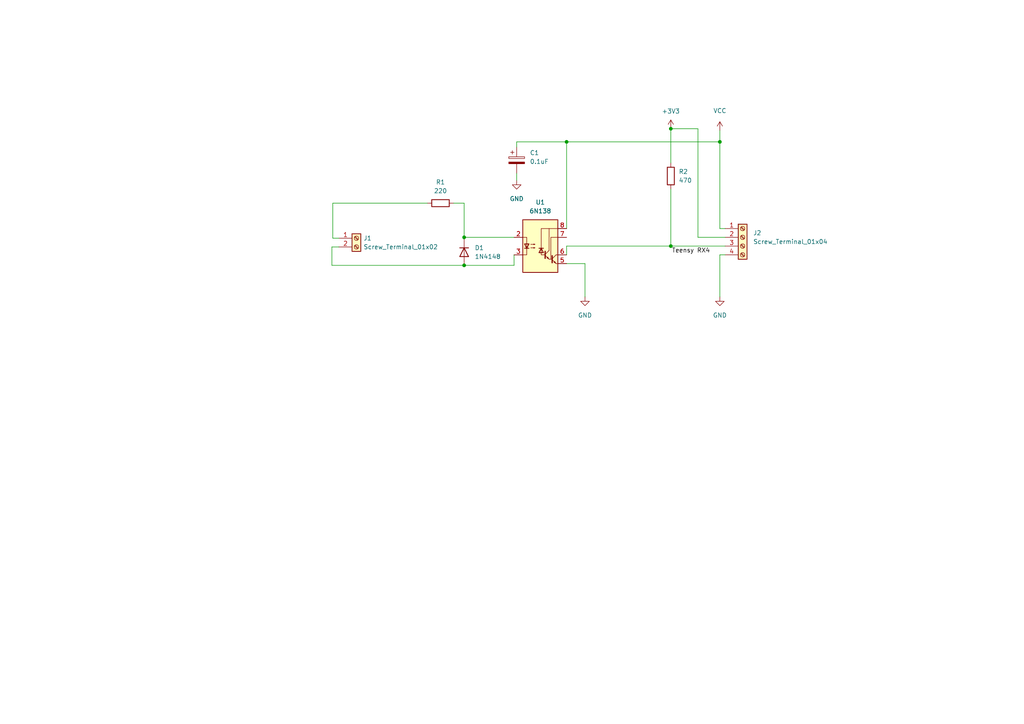
<source format=kicad_sch>
(kicad_sch (version 20211123) (generator eeschema)
  (paper "A4")
  (title_block (title "MIDI Breakout") (date "2022-05-25") (rev "v0") (company "JOYLABO.STUDIO") (comment 1 "Pool Piano @ Echigo Tsumari"))
  (lib_symbols
    (symbol "Connector:Screw_Terminal_01x02" (pin_names (offset 1.016) hide)
      (property "Reference" "J" (at 0 2.54 0))
      (property "Value" "Screw_Terminal_01x02" (at 0 -5.08 0))
      (symbol "Screw_Terminal_01x02_1_1"
        (rectangle (start -1.27 1.27) (end 1.27 -3.81) (stroke (width 0.254)) (fill (type background)))
        (circle (center 0 -2.54) (radius 0.635) (stroke (width 0.1524)))
        (polyline (pts (xy -0.5334 -2.2098) (xy 0.3302 -3.048)) (stroke (width 0.1524)))
        (polyline (pts (xy -0.5334 0.3302) (xy 0.3302 -0.508)) (stroke (width 0.1524)))
        (polyline (pts (xy -0.3556 -2.032) (xy 0.508 -2.8702)) (stroke (width 0.1524)))
        (polyline (pts (xy -0.3556 0.508) (xy 0.508 -0.3302)) (stroke (width 0.1524)))
        (circle (center 0 0) (radius 0.635) (stroke (width 0.1524)))
        (pin passive line (at -5.08 0 0) (length 3.81) (name "Pin_1") (number "1"))
        (pin passive line (at -5.08 -2.54 0) (length 3.81) (name "Pin_2") (number "2"))
      )
    )
    (symbol "Connector:Screw_Terminal_01x04" (pin_names (offset 1.016) hide)
      (property "Reference" "J" (at 0 5.08 0))
      (property "Value" "Screw_Terminal_01x04" (at 0 -7.62 0))
      (symbol "Screw_Terminal_01x04_1_1"
        (rectangle (start -1.27 3.81) (end 1.27 -6.35) (stroke (width 0.254)) (fill (type background)))
        (circle (center 0 -5.08) (radius 0.635) (stroke (width 0.1524)))
        (circle (center 0 -2.54) (radius 0.635) (stroke (width 0.1524)))
        (polyline (pts (xy -0.5334 -4.7498) (xy 0.3302 -5.588)) (stroke (width 0.1524)))
        (polyline (pts (xy -0.5334 -2.2098) (xy 0.3302 -3.048)) (stroke (width 0.1524)))
        (polyline (pts (xy -0.5334 0.3302) (xy 0.3302 -0.508)) (stroke (width 0.1524)))
        (polyline (pts (xy -0.5334 2.8702) (xy 0.3302 2.032)) (stroke (width 0.1524)))
        (polyline (pts (xy -0.3556 -4.572) (xy 0.508 -5.4102)) (stroke (width 0.1524)))
        (polyline (pts (xy -0.3556 -2.032) (xy 0.508 -2.8702)) (stroke (width 0.1524)))
        (polyline (pts (xy -0.3556 0.508) (xy 0.508 -0.3302)) (stroke (width 0.1524)))
        (polyline (pts (xy -0.3556 3.048) (xy 0.508 2.2098)) (stroke (width 0.1524)))
        (circle (center 0 0) (radius 0.635) (stroke (width 0.1524)))
        (circle (center 0 2.54) (radius 0.635) (stroke (width 0.1524)))
        (pin passive line (at -5.08 2.54 0) (length 3.81) (name "Pin_1") (number "1"))
        (pin passive line (at -5.08 0 0) (length 3.81) (name "Pin_2") (number "2"))
        (pin passive line (at -5.08 -2.54 0) (length 3.81) (name "Pin_3") (number "3"))
        (pin passive line (at -5.08 -5.08 0) (length 3.81) (name "Pin_4") (number "4"))
      )
    )
    (symbol "Device:C_Polarized" (pin_numbers hide) (pin_names (offset 0.254))
      (property "Reference" "C" (at 0.635 2.54 0))
      (property "Value" "C_Polarized" (at 0.635 -2.54 0))
      (symbol "C_Polarized_0_1"
        (rectangle (start -2.286 0.508) (end 2.286 1.016))
        (polyline (pts (xy -1.778 2.286) (xy -0.762 2.286)))
        (polyline (pts (xy -1.27 2.794) (xy -1.27 1.778)))
        (rectangle (start 2.286 -0.508) (end -2.286 -1.016) (fill (type outline)))
      )
      (symbol "C_Polarized_1_1"
        (pin passive line (at 0 3.81 270) (length 2.794) (name "~") (number "1"))
        (pin passive line (at 0 -3.81 90) (length 2.794) (name "~") (number "2"))
      )
    )
    (symbol "Device:R" (pin_numbers hide) (pin_names (offset 0))
      (property "Reference" "R" (at 2.032 0 90))
      (property "Value" "R" (at 0 0 90))
      (symbol "R_0_1"
        (rectangle (start -1.016 -2.54) (end 1.016 2.54) (stroke (width 0.254)))
      )
      (symbol "R_1_1"
        (pin passive line (at 0 3.81 270) (length 1.27) (name "~") (number "1"))
        (pin passive line (at 0 -3.81 90) (length 1.27) (name "~") (number "2"))
      )
    )
    (symbol "Diode:1N4148" (pin_numbers hide) (pin_names (offset 1.016) hide)
      (property "Reference" "D" (at 0 2.54 0))
      (property "Value" "1N4148" (at 0 -2.54 0))
      (symbol "1N4148_0_1"
        (polyline (pts (xy -1.27 1.27) (xy -1.27 -1.27)) (stroke (width 0.254)))
        (polyline (pts (xy 1.27 0) (xy -1.27 0)))
        (polyline (pts (xy 1.27 1.27) (xy 1.27 -1.27) (xy -1.27 0) (xy 1.27 1.27)) (stroke (width 0.254)))
      )
      (symbol "1N4148_1_1"
        (pin passive line (at -3.81 0 0) (length 2.54) (name "K") (number "1"))
        (pin passive line (at 3.81 0 180) (length 2.54) (name "A") (number "2"))
      )
    )
    (symbol "Isolator:6N138" (pin_names (offset 1.016) hide)
      (property "Reference" "U" (at -4.064 8.89 0))
      (property "Value" "6N138" (at 2.286 8.89 0))
      (symbol "6N138_0_1"
        (rectangle (start -5.08 7.62) (end 5.08 -7.62) (stroke (width 0.254)) (fill (type background)))
        (polyline (pts (xy -4.572 -0.635) (xy -3.302 -0.635)) (stroke (width 0.254)))
        (polyline (pts (xy 0.889 -0.635) (xy -0.381 -0.635)) (stroke (width 0.254)))
        (polyline (pts (xy 1.397 -2.667) (xy 2.54 -3.81)))
        (polyline (pts (xy 1.397 -2.413) (xy 2.54 -1.27)))
        (polyline (pts (xy 2.54 -3.81) (xy 3.175 -3.81)))
        (polyline (pts (xy 3.429 -3.937) (xy 4.572 -5.08)))
        (polyline (pts (xy 3.429 -3.683) (xy 4.572 -2.54)))
        (polyline (pts (xy 4.572 -5.08) (xy 5.08 -5.08)))
        (polyline (pts (xy 4.572 -2.54) (xy 5.08 -2.54)))
        (polyline (pts (xy 1.397 -1.524) (xy 1.397 -3.556) (xy 1.397 -3.556)) (stroke (width 0.3556)))
        (polyline (pts (xy 2.54 -1.27) (xy 2.54 5.08) (xy 5.08 5.08)))
        (polyline (pts (xy 3.429 -2.794) (xy 3.429 -4.826) (xy 3.429 -4.826)) (stroke (width 0.3556)))
        (polyline (pts (xy 5.08 2.54) (xy 3.048 2.54) (xy 3.048 -3.81)))
        (polyline (pts (xy -5.08 -2.54) (xy -3.937 -2.54) (xy -3.937 2.54) (xy -5.08 2.54)))
        (polyline (pts (xy -3.937 -0.635) (xy -4.572 0.635) (xy -3.302 0.635) (xy -3.937 -0.635)) (stroke (width 0.254)))
        (polyline (pts (xy 0.254 -0.635) (xy 0.889 -1.905) (xy -0.381 -1.905) (xy 0.254 -0.635)) (stroke (width 0.254)))
        (polyline (pts (xy 1.27 -2.54) (xy 0.254 -2.54) (xy 0.254 5.08) (xy 2.54 5.08)))
        (polyline (pts (xy 2.413 -3.683) (xy 2.159 -3.175) (xy 1.905 -3.429) (xy 2.413 -3.683)))
        (polyline (pts (xy 4.445 -4.953) (xy 4.191 -4.445) (xy 3.937 -4.699) (xy 4.445 -4.953)))
        (polyline (pts (xy -2.794 -0.508) (xy -1.524 -0.508) (xy -1.905 -0.635) (xy -1.905 -0.381) (xy -1.524 -0.508)))
        (polyline (pts (xy -2.794 0.508) (xy -1.524 0.508) (xy -1.905 0.381) (xy -1.905 0.635) (xy -1.524 0.508)))
      )
      (symbol "6N138_1_1"
        (pin no_connect line (at -5.08 5.08 0) (length 2.54) hide (name "NC") (number "1"))
        (pin passive line (at -7.62 2.54 0) (length 2.54) (name "C1") (number "2"))
        (pin passive line (at -7.62 -2.54 0) (length 2.54) (name "C2") (number "3"))
        (pin no_connect line (at -5.08 -5.08 0) (length 2.54) hide (name "NC") (number "4"))
        (pin passive line (at 7.62 -5.08 180) (length 2.54) (name "GND") (number "5"))
        (pin passive line (at 7.62 -2.54 180) (length 2.54) (name "VO2") (number "6"))
        (pin passive line (at 7.62 2.54 180) (length 2.54) (name "VO1") (number "7"))
        (pin passive line (at 7.62 5.08 180) (length 2.54) (name "VCC") (number "8"))
      )
    )
    (symbol "power:+3.3V" (power) (pin_names (offset 0))
      (property "Value" "+3.3V" (at 0 3.556 0))
      (symbol "+3.3V_0_1"
        (polyline (pts (xy -0.762 1.27) (xy 0 2.54)))
        (polyline (pts (xy 0 0) (xy 0 2.54)))
        (polyline (pts (xy 0 2.54) (xy 0.762 1.27)))
      )
      (symbol "+3.3V_1_1"
        (pin power_in line (at 0 0 90) (length 0) hide (name "+3V3") (number "1"))
      )
    )
    (symbol "power:GND" (power) (pin_names (offset 0))
      (property "Value" "GND" (at 0 -3.81 0))
      (symbol "GND_0_1"
        (polyline (pts (xy 0 0) (xy 0 -1.27) (xy 1.27 -1.27) (xy 0 -2.54) (xy -1.27 -1.27) (xy 0 -1.27)))
      )
      (symbol "GND_1_1"
        (pin power_in line (at 0 0 270) (length 0) hide (name "GND") (number "1"))
      )
    )
    (symbol "power:VCC" (power) (pin_names (offset 0))
      (property "Value" "VCC" (at 0 3.81 0))
      (symbol "VCC_0_1"
        (polyline (pts (xy -0.762 1.27) (xy 0 2.54)))
        (polyline (pts (xy 0 0) (xy 0 2.54)))
        (polyline (pts (xy 0 2.54) (xy 0.762 1.27)))
      )
      (symbol "VCC_1_1"
        (pin power_in line (at 0 0 90) (length 0) hide (name "VCC") (number "1"))
      )
    )
  )
  (junction (at 134.62 68.834))
  (junction (at 194.564 71.374))
  (junction (at 164.338 41.148))
  (junction (at 134.62 76.962))
  (junction (at 194.564 37.338))
  (junction (at 208.788 41.148))
  (wire (pts (xy 149.86 50.292) (xy 149.86 52.324)))
  (wire (pts (xy 164.338 71.374) (xy 164.338 73.914)))
  (wire (pts (xy 169.672 76.454) (xy 169.672 86.106)))
  (wire (pts (xy 202.438 68.834) (xy 202.438 37.338)))
  (wire (pts (xy 123.952 58.928) (xy 96.52 58.928)))
  (wire (pts (xy 164.338 41.148) (xy 149.86 41.148)))
  (wire (pts (xy 202.438 37.338) (xy 194.564 37.338)))
  (wire (pts (xy 210.312 68.834) (xy 202.438 68.834)))
  (wire (pts (xy 164.338 66.294) (xy 164.338 41.148)))
  (wire (pts (xy 210.312 71.374) (xy 194.564 71.374)))
  (wire (pts (xy 194.564 71.374) (xy 164.338 71.374)))
  (wire (pts (xy 149.86 41.148) (xy 149.86 42.672)))
  (wire (pts (xy 208.788 41.148) (xy 208.788 66.294)))
  (wire (pts (xy 134.62 58.928) (xy 131.572 58.928)))
  (wire (pts (xy 208.788 86.106) (xy 208.788 73.914)))
  (wire (pts (xy 194.564 54.864) (xy 194.564 71.374)))
  (wire (pts (xy 194.564 37.338) (xy 194.564 47.244)))
  (wire (pts (xy 208.788 73.914) (xy 210.312 73.914)))
  (wire (pts (xy 208.788 37.846) (xy 208.788 41.148)))
  (wire (pts (xy 134.62 68.834) (xy 134.62 58.928)))
  (wire (pts (xy 134.62 76.962) (xy 96.266 76.962)))
  (wire (pts (xy 164.338 76.454) (xy 169.672 76.454)))
  (wire (pts (xy 208.788 66.294) (xy 210.312 66.294)))
  (wire (pts (xy 96.266 76.962) (xy 96.266 71.628)))
  (wire (pts (xy 134.62 69.342) (xy 134.62 68.834)))
  (wire (pts (xy 164.338 41.148) (xy 208.788 41.148)))
  (wire (pts (xy 134.62 68.834) (xy 149.098 68.834)))
  (wire (pts (xy 149.098 76.962) (xy 134.62 76.962)))
  (wire (pts (xy 96.266 71.628) (xy 98.298 71.628)))
  (wire (pts (xy 149.098 73.914) (xy 149.098 76.962)))
  (wire (pts (xy 96.52 58.928) (xy 96.52 69.088)))
  (wire (pts (xy 96.52 69.088) (xy 98.298 69.088)))
  (label "Teensy RX4" (at 205.994 73.66 180))
  (symbol (lib_id "Connector:Screw_Terminal_01x02") (at 103.378 69.088 0) (unit 1)
    (property "Reference" "J1" (at 105.41 69.0879 0) (effects (justify left)))
    (property "Value" "Screw_Terminal_01x02" (at 105.41 71.6279 0) (effects (justify left)))
    (property "Footprint" "TerminalBlock:TerminalBlock_bornier-2_P5.08mm" (effects hide))
  )
  (symbol (lib_id "power:GND") (at 208.788 86.106 0) (unit 1)
    (property "Reference" "#PWR05" (effects hide))
    (property "Value" "GND" (at 208.788 91.44 0))
  )
  (symbol (lib_id "Diode:1N4148") (at 134.62 73.152 270) (unit 1)
    (property "Reference" "D1" (at 137.668 71.8819 90) (effects (justify left)))
    (property "Value" "1N4148" (at 137.668 74.4219 90) (effects (justify left)))
    (property "Footprint" "Diode_THT:D_DO-35_SOD27_P7.62mm_Horizontal" (effects hide))
    (property "Datasheet" "https://assets.nexperia.com/documents/data-sheet/1N4148_1N4448.pdf" (effects hide))
  )
  (symbol (lib_id "Device:R") (at 127.762 58.928 270) (unit 1)
    (property "Reference" "R1" (at 127.762 52.832 90))
    (property "Value" "220" (at 127.762 55.372 90))
    (property "Footprint" "Resistor_THT:R_Axial_DIN0309_L9.0mm_D3.2mm_P12.70mm_Horizontal" (effects hide))
  )
  (symbol (lib_id "Device:C_Polarized") (at 149.86 46.482 0) (unit 1)
    (property "Reference" "C1" (at 153.67 44.3229 0) (effects (justify left)))
    (property "Value" "0.1uF" (at 153.67 46.8629 0) (effects (justify left)))
    (property "Footprint" "Capacitor_THT:CP_Radial_Tantal_D5.5mm_P5.00mm" (effects hide))
  )
  (symbol (lib_id "power:+3.3V") (at 194.564 37.338 0) (unit 1)
    (property "Reference" "#PWR03" (effects hide))
    (property "Value" "+3.3V" (at 194.564 32.258 0))
  )
  (symbol (lib_id "Isolator:6N138") (at 156.718 71.374 0) (unit 1)
    (property "Reference" "U1" (at 156.718 58.674 0))
    (property "Value" "6N138" (at 156.718 61.214 0))
    (property "Footprint" "Package_DIP:DIP-8_W7.62mm" (effects hide))
    (property "Datasheet" "http://www.onsemi.com/pub/Collateral/HCPL2731-D.pdf" (effects hide))
  )
  (symbol (lib_id "Connector:Screw_Terminal_01x04") (at 215.392 68.834 0) (unit 1)
    (property "Reference" "J2" (at 218.44 67.5639 0) (effects (justify left)))
    (property "Value" "Screw_Terminal_01x04" (at 218.44 70.1039 0) (effects (justify left)))
    (property "Footprint" "TerminalBlock:TerminalBlock_bornier-4_P5.08mm" (effects hide))
  )
  (symbol (lib_id "power:GND") (at 169.672 86.106 0) (unit 1)
    (property "Reference" "#PWR02" (effects hide))
    (property "Value" "GND" (at 169.672 91.44 0))
  )
  (symbol (lib_id "power:GND") (at 149.86 52.324 0) (unit 1)
    (property "Reference" "#PWR01" (effects hide))
    (property "Value" "GND" (at 149.86 57.658 0))
  )
  (symbol (lib_id "power:VCC") (at 208.788 37.846 0) (unit 1)
    (property "Reference" "#PWR04" (effects hide))
    (property "Value" "VCC" (at 208.788 32.131 0))
  )
  (symbol (lib_id "Device:R") (at 194.564 51.054 0) (unit 1)
    (property "Reference" "R2" (at 196.85 49.7839 0) (effects (justify left)))
    (property "Value" "470" (at 196.85 52.3239 0) (effects (justify left)))
    (property "Footprint" "Resistor_THT:R_Axial_DIN0309_L9.0mm_D3.2mm_P12.70mm_Horizontal" (effects hide))
  )
)
</source>
